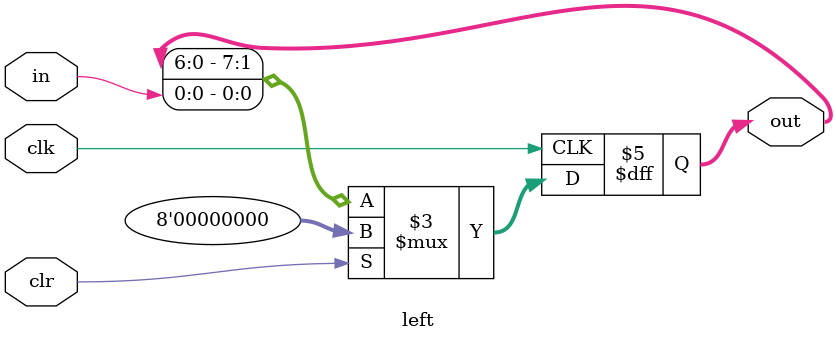
<source format=v>
module left(output reg[7:0] out,input in,clr,clk);

always @(negedge clk)
begin

if(clr)
begin
out<=0;
end

else
begin
out<={out[6:0],in};
end

end

endmodule






</source>
